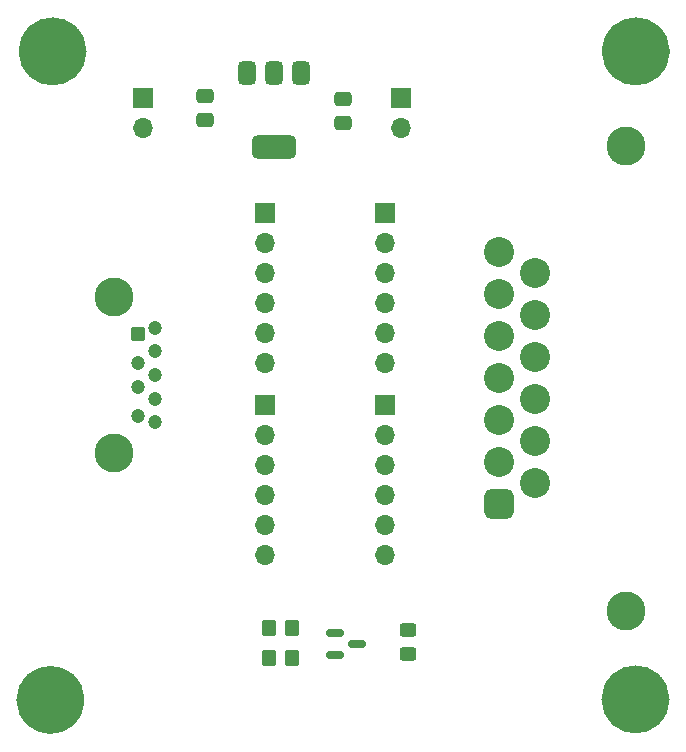
<source format=gts>
G04 #@! TF.GenerationSoftware,KiCad,Pcbnew,9.0.5*
G04 #@! TF.CreationDate,2025-11-16T23:30:58+01:00*
G04 #@! TF.ProjectId,MiSTer_A8SIO,4d695354-6572-45f4-9138-53494f2e6b69,1.2*
G04 #@! TF.SameCoordinates,Original*
G04 #@! TF.FileFunction,Soldermask,Top*
G04 #@! TF.FilePolarity,Negative*
%FSLAX46Y46*%
G04 Gerber Fmt 4.6, Leading zero omitted, Abs format (unit mm)*
G04 Created by KiCad (PCBNEW 9.0.5) date 2025-11-16 23:30:58*
%MOMM*%
%LPD*%
G01*
G04 APERTURE LIST*
G04 Aperture macros list*
%AMRoundRect*
0 Rectangle with rounded corners*
0 $1 Rounding radius*
0 $2 $3 $4 $5 $6 $7 $8 $9 X,Y pos of 4 corners*
0 Add a 4 corners polygon primitive as box body*
4,1,4,$2,$3,$4,$5,$6,$7,$8,$9,$2,$3,0*
0 Add four circle primitives for the rounded corners*
1,1,$1+$1,$2,$3*
1,1,$1+$1,$4,$5*
1,1,$1+$1,$6,$7*
1,1,$1+$1,$8,$9*
0 Add four rect primitives between the rounded corners*
20,1,$1+$1,$2,$3,$4,$5,0*
20,1,$1+$1,$4,$5,$6,$7,0*
20,1,$1+$1,$6,$7,$8,$9,0*
20,1,$1+$1,$8,$9,$2,$3,0*%
G04 Aperture macros list end*
%ADD10C,2.889806*%
%ADD11RoundRect,0.250000X0.475000X-0.337500X0.475000X0.337500X-0.475000X0.337500X-0.475000X-0.337500X0*%
%ADD12RoundRect,0.250000X0.350000X0.450000X-0.350000X0.450000X-0.350000X-0.450000X0.350000X-0.450000X0*%
%ADD13RoundRect,0.375000X-0.375000X0.625000X-0.375000X-0.625000X0.375000X-0.625000X0.375000X0.625000X0*%
%ADD14RoundRect,0.500000X-1.400000X0.500000X-1.400000X-0.500000X1.400000X-0.500000X1.400000X0.500000X0*%
%ADD15R,1.700000X1.700000*%
%ADD16O,1.700000X1.700000*%
%ADD17RoundRect,0.250000X0.450000X-0.325000X0.450000X0.325000X-0.450000X0.325000X-0.450000X-0.325000X0*%
%ADD18C,3.302000*%
%ADD19RoundRect,0.635000X-0.635000X0.635000X-0.635000X-0.635000X0.635000X-0.635000X0.635000X0.635000X0*%
%ADD20C,2.540000*%
%ADD21RoundRect,0.250000X-0.350000X-0.450000X0.350000X-0.450000X0.350000X0.450000X-0.350000X0.450000X0*%
%ADD22RoundRect,0.150000X-0.587500X-0.150000X0.587500X-0.150000X0.587500X0.150000X-0.587500X0.150000X0*%
%ADD23RoundRect,0.250000X-0.475000X0.337500X-0.475000X-0.337500X0.475000X-0.337500X0.475000X0.337500X0*%
%ADD24RoundRect,0.250000X-0.350000X0.350000X-0.350000X-0.350000X0.350000X-0.350000X0.350000X0.350000X0*%
%ADD25C,1.200000*%
%ADD26C,3.300000*%
G04 APERTURE END LIST*
D10*
X135734703Y-50038000D02*
G75*
G02*
X132844897Y-50038000I-1444903J0D01*
G01*
X132844897Y-50038000D02*
G75*
G02*
X135734703Y-50038000I1444903J0D01*
G01*
X185112303Y-50038000D02*
G75*
G02*
X182222497Y-50038000I-1444903J0D01*
G01*
X182222497Y-50038000D02*
G75*
G02*
X185112303Y-50038000I1444903J0D01*
G01*
X135556903Y-104947806D02*
G75*
G02*
X132667097Y-104947806I-1444903J0D01*
G01*
X132667097Y-104947806D02*
G75*
G02*
X135556903Y-104947806I1444903J0D01*
G01*
X185086903Y-104902000D02*
G75*
G02*
X182197097Y-104902000I-1444903J0D01*
G01*
X182197097Y-104902000D02*
G75*
G02*
X185086903Y-104902000I1444903J0D01*
G01*
D11*
X158876000Y-56110000D03*
X158876000Y-54035000D03*
D12*
X154591500Y-98879900D03*
X152591500Y-98879900D03*
D13*
X155335000Y-51866000D03*
X153035000Y-51866000D03*
X150735000Y-51866000D03*
D14*
X153035000Y-58166000D03*
D15*
X162433000Y-63754000D03*
D16*
X162433000Y-66294000D03*
X162433000Y-68834000D03*
X162433000Y-71374000D03*
X162433000Y-73914000D03*
X162433000Y-76454000D03*
D15*
X152273000Y-63754000D03*
D16*
X152273000Y-66294000D03*
X152273000Y-68834000D03*
X152273000Y-71374000D03*
X152273000Y-73914000D03*
X152273000Y-76454000D03*
D15*
X162433000Y-80010000D03*
D16*
X162433000Y-82550000D03*
X162433000Y-85090000D03*
X162433000Y-87630000D03*
X162433000Y-90170000D03*
X162433000Y-92710000D03*
D17*
X164411900Y-101064300D03*
X164411900Y-99014300D03*
D18*
X182880000Y-58039000D03*
X182880000Y-97409000D03*
D19*
X172085000Y-88392000D03*
D20*
X175133000Y-86614000D03*
X172085000Y-84836000D03*
X175133000Y-83058000D03*
X172085000Y-81280000D03*
X175133000Y-79502000D03*
X172085000Y-77724000D03*
X175133000Y-75946000D03*
X172085000Y-74168000D03*
X175133000Y-72390000D03*
X172085000Y-70612000D03*
X175133000Y-68834000D03*
X172085000Y-67056000D03*
D21*
X152591500Y-101419900D03*
X154591500Y-101419900D03*
D15*
X163779200Y-53975000D03*
D16*
X163779200Y-56515000D03*
D22*
X158191200Y-99278400D03*
X158191200Y-101178400D03*
X160066200Y-100228400D03*
D23*
X147192000Y-53781000D03*
X147192000Y-55856000D03*
D24*
X141502000Y-73938000D03*
D25*
X141502000Y-76438000D03*
X141502000Y-78438000D03*
X141502000Y-80938000D03*
X143002000Y-81438000D03*
X143002000Y-79438000D03*
X143002000Y-77438000D03*
X143002000Y-75438000D03*
X143002000Y-73438000D03*
D26*
X139502000Y-70868000D03*
X139502000Y-84008000D03*
D15*
X141935200Y-53975000D03*
D16*
X141935200Y-56515000D03*
D15*
X152273000Y-80010000D03*
D16*
X152273000Y-82550000D03*
X152273000Y-85090000D03*
X152273000Y-87630000D03*
X152273000Y-90170000D03*
X152273000Y-92710000D03*
M02*

</source>
